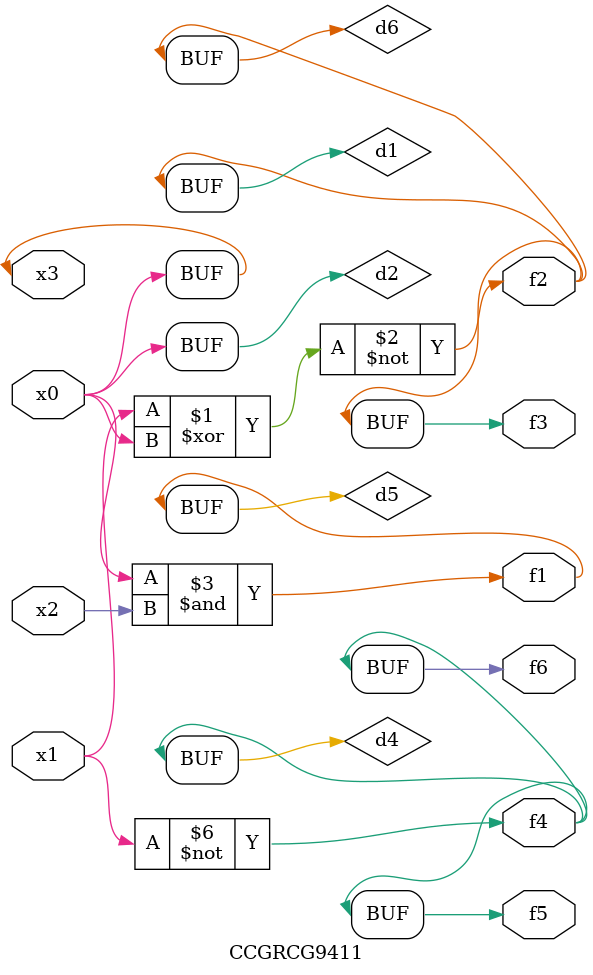
<source format=v>
module CCGRCG9411(
	input x0, x1, x2, x3,
	output f1, f2, f3, f4, f5, f6
);

	wire d1, d2, d3, d4, d5, d6;

	xnor (d1, x1, x3);
	buf (d2, x0, x3);
	nand (d3, x0, x2);
	not (d4, x1);
	nand (d5, d3);
	or (d6, d1);
	assign f1 = d5;
	assign f2 = d6;
	assign f3 = d6;
	assign f4 = d4;
	assign f5 = d4;
	assign f6 = d4;
endmodule

</source>
